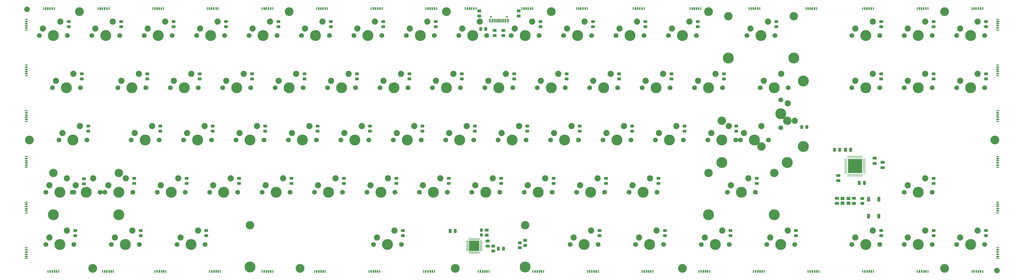
<source format=gbs>
G04 #@! TF.GenerationSoftware,KiCad,Pcbnew,(6.0.2)*
G04 #@! TF.CreationDate,2022-03-24T12:29:40+01:00*
G04 #@! TF.ProjectId,Frooastboard Walnut,46726f6f-6173-4746-926f-617264205761,rev?*
G04 #@! TF.SameCoordinates,Original*
G04 #@! TF.FileFunction,Soldermask,Bot*
G04 #@! TF.FilePolarity,Negative*
%FSLAX46Y46*%
G04 Gerber Fmt 4.6, Leading zero omitted, Abs format (unit mm)*
G04 Created by KiCad (PCBNEW (6.0.2)) date 2022-03-24 12:29:40*
%MOMM*%
%LPD*%
G01*
G04 APERTURE LIST*
G04 Aperture macros list*
%AMRoundRect*
0 Rectangle with rounded corners*
0 $1 Rounding radius*
0 $2 $3 $4 $5 $6 $7 $8 $9 X,Y pos of 4 corners*
0 Add a 4 corners polygon primitive as box body*
4,1,4,$2,$3,$4,$5,$6,$7,$8,$9,$2,$3,0*
0 Add four circle primitives for the rounded corners*
1,1,$1+$1,$2,$3*
1,1,$1+$1,$4,$5*
1,1,$1+$1,$6,$7*
1,1,$1+$1,$8,$9*
0 Add four rect primitives between the rounded corners*
20,1,$1+$1,$2,$3,$4,$5,0*
20,1,$1+$1,$4,$5,$6,$7,0*
20,1,$1+$1,$6,$7,$8,$9,0*
20,1,$1+$1,$8,$9,$2,$3,0*%
G04 Aperture macros list end*
%ADD10RoundRect,0.250000X-0.275000X0.312500X-0.275000X-0.312500X0.275000X-0.312500X0.275000X0.312500X0*%
%ADD11C,1.750000*%
%ADD12C,3.987800*%
%ADD13C,2.250000*%
%ADD14C,3.200000*%
%ADD15C,3.048000*%
%ADD16C,2.000000*%
%ADD17RoundRect,0.243750X0.456250X-0.243750X0.456250X0.243750X-0.456250X0.243750X-0.456250X-0.243750X0*%
%ADD18RoundRect,0.250000X0.450000X-0.262500X0.450000X0.262500X-0.450000X0.262500X-0.450000X-0.262500X0*%
%ADD19RoundRect,0.105000X0.105000X-0.395000X0.105000X0.395000X-0.105000X0.395000X-0.105000X-0.395000X0*%
%ADD20RoundRect,0.125000X0.125000X-0.375000X0.125000X0.375000X-0.125000X0.375000X-0.125000X-0.375000X0*%
%ADD21RoundRect,0.105000X-0.105000X0.395000X-0.105000X-0.395000X0.105000X-0.395000X0.105000X0.395000X0*%
%ADD22RoundRect,0.125000X-0.125000X0.375000X-0.125000X-0.375000X0.125000X-0.375000X0.125000X0.375000X0*%
%ADD23R,1.100000X1.800000*%
%ADD24RoundRect,0.250000X-0.450000X0.262500X-0.450000X-0.262500X0.450000X-0.262500X0.450000X0.262500X0*%
%ADD25RoundRect,0.250000X0.250000X0.475000X-0.250000X0.475000X-0.250000X-0.475000X0.250000X-0.475000X0*%
%ADD26RoundRect,0.062500X0.475000X0.062500X-0.475000X0.062500X-0.475000X-0.062500X0.475000X-0.062500X0*%
%ADD27RoundRect,0.062500X0.062500X0.475000X-0.062500X0.475000X-0.062500X-0.475000X0.062500X-0.475000X0*%
%ADD28R,5.200000X5.200000*%
%ADD29RoundRect,0.105000X-0.395000X-0.105000X0.395000X-0.105000X0.395000X0.105000X-0.395000X0.105000X0*%
%ADD30RoundRect,0.125000X-0.375000X-0.125000X0.375000X-0.125000X0.375000X0.125000X-0.375000X0.125000X0*%
%ADD31RoundRect,0.105000X0.395000X0.105000X-0.395000X0.105000X-0.395000X-0.105000X0.395000X-0.105000X0*%
%ADD32RoundRect,0.125000X0.375000X0.125000X-0.375000X0.125000X-0.375000X-0.125000X0.375000X-0.125000X0*%
%ADD33RoundRect,0.250000X-0.475000X0.250000X-0.475000X-0.250000X0.475000X-0.250000X0.475000X0.250000X0*%
%ADD34RoundRect,0.243750X0.243750X0.456250X-0.243750X0.456250X-0.243750X-0.456250X0.243750X-0.456250X0*%
%ADD35C,0.650000*%
%ADD36R,0.600000X1.450000*%
%ADD37R,0.300000X1.450000*%
%ADD38RoundRect,0.250000X-0.262500X-0.450000X0.262500X-0.450000X0.262500X0.450000X-0.262500X0.450000X0*%
%ADD39R,1.400000X1.200000*%
%ADD40RoundRect,0.050000X0.050000X-0.337500X0.050000X0.337500X-0.050000X0.337500X-0.050000X-0.337500X0*%
%ADD41RoundRect,0.050000X0.337500X-0.050000X0.337500X0.050000X-0.337500X0.050000X-0.337500X-0.050000X0*%
%ADD42R,3.800000X3.800000*%
%ADD43RoundRect,0.250000X0.475000X-0.250000X0.475000X0.250000X-0.475000X0.250000X-0.475000X-0.250000X0*%
%ADD44RoundRect,0.250000X-0.250000X-0.475000X0.250000X-0.475000X0.250000X0.475000X-0.250000X0.475000X0*%
G04 APERTURE END LIST*
D10*
X186450000Y-101927500D03*
X186450000Y-103702500D03*
D11*
X359251250Y-30956250D03*
X369411250Y-30956250D03*
D12*
X364331250Y-30956250D03*
D13*
X360521250Y-28416250D03*
X366871250Y-25876250D03*
D11*
X236061250Y-50006250D03*
X225901250Y-50006250D03*
D12*
X230981250Y-50006250D03*
D13*
X227171250Y-47466250D03*
X233521250Y-44926250D03*
D11*
X231298750Y-88106250D03*
D12*
X226218750Y-88106250D03*
D11*
X221138750Y-88106250D03*
D13*
X222408750Y-85566250D03*
X228758750Y-83026250D03*
D14*
X354806250Y-22225000D03*
D11*
X217011250Y-50006250D03*
D12*
X211931250Y-50006250D03*
D11*
X206851250Y-50006250D03*
D13*
X208121250Y-47466250D03*
X214471250Y-44926250D03*
D14*
X211931250Y-22225000D03*
D12*
X245268750Y-88106250D03*
D11*
X250348750Y-88106250D03*
X240188750Y-88106250D03*
D13*
X241458750Y-85566250D03*
X247808750Y-83026250D03*
D11*
X78898750Y-88106250D03*
D12*
X73818750Y-88106250D03*
D11*
X68738750Y-88106250D03*
D13*
X70008750Y-85566250D03*
X76358750Y-83026250D03*
D12*
X121443750Y-69056250D03*
D11*
X126523750Y-69056250D03*
X116363750Y-69056250D03*
D13*
X117633750Y-66516250D03*
X123983750Y-63976250D03*
D12*
X250031250Y-50006250D03*
D11*
X244951250Y-50006250D03*
X255111250Y-50006250D03*
D13*
X246221250Y-47466250D03*
X252571250Y-44926250D03*
D11*
X242570000Y-107156250D03*
X252730000Y-107156250D03*
D12*
X247650000Y-107156250D03*
D13*
X243840000Y-104616250D03*
X250190000Y-102076250D03*
D11*
X40798750Y-50006250D03*
D12*
X35718750Y-50006250D03*
D11*
X30638750Y-50006250D03*
D13*
X31908750Y-47466250D03*
X38258750Y-44926250D03*
D12*
X102400100Y-115411250D03*
X202399900Y-115411250D03*
D11*
X147320000Y-107156250D03*
X157480000Y-107156250D03*
D12*
X152400000Y-107156250D03*
D15*
X202399900Y-100171250D03*
X102400100Y-100171250D03*
D13*
X148590000Y-104616250D03*
X154940000Y-102076250D03*
D11*
X102711250Y-50006250D03*
X92551250Y-50006250D03*
D12*
X97631250Y-50006250D03*
D13*
X93821250Y-47466250D03*
X100171250Y-44926250D03*
D11*
X216376250Y-30956250D03*
X226536250Y-30956250D03*
D12*
X221456250Y-30956250D03*
D13*
X217646250Y-28416250D03*
X223996250Y-25876250D03*
D12*
X116681250Y-50006250D03*
D11*
X111601250Y-50006250D03*
X121761250Y-50006250D03*
D13*
X112871250Y-47466250D03*
X119221250Y-44926250D03*
D14*
X22225000Y-69056250D03*
D11*
X174148750Y-88106250D03*
X163988750Y-88106250D03*
D12*
X169068750Y-88106250D03*
D13*
X165258750Y-85566250D03*
X171608750Y-83026250D03*
D11*
X197326250Y-30956250D03*
X207486250Y-30956250D03*
D12*
X202406250Y-30956250D03*
D13*
X198596250Y-28416250D03*
X204946250Y-25876250D03*
D12*
X197643750Y-69056250D03*
D11*
X192563750Y-69056250D03*
X202723750Y-69056250D03*
D13*
X193833750Y-66516250D03*
X200183750Y-63976250D03*
D11*
X202088750Y-88106250D03*
X212248750Y-88106250D03*
D12*
X207168750Y-88106250D03*
D13*
X203358750Y-85566250D03*
X209708750Y-83026250D03*
D14*
X373062500Y-69056250D03*
D11*
X144938750Y-88106250D03*
X155098750Y-88106250D03*
D12*
X150018750Y-88106250D03*
D13*
X146208750Y-85566250D03*
X152558750Y-83026250D03*
D12*
X92868750Y-88106250D03*
D11*
X87788750Y-88106250D03*
X97948750Y-88106250D03*
D13*
X89058750Y-85566250D03*
X95408750Y-83026250D03*
D11*
X131286250Y-30956250D03*
D12*
X126206250Y-30956250D03*
D11*
X121126250Y-30956250D03*
D13*
X122396250Y-28416250D03*
X128746250Y-25876250D03*
D12*
X326231250Y-30956250D03*
D11*
X321151250Y-30956250D03*
X331311250Y-30956250D03*
D13*
X322421250Y-28416250D03*
X328771250Y-25876250D03*
D12*
X235743750Y-69056250D03*
D11*
X230663750Y-69056250D03*
X240823750Y-69056250D03*
D13*
X231933750Y-66516250D03*
X238283750Y-63976250D03*
D14*
X354806250Y-115887500D03*
X259556250Y-115887500D03*
D12*
X183356250Y-30956250D03*
D11*
X178276250Y-30956250D03*
X188436250Y-30956250D03*
D13*
X179546250Y-28416250D03*
X185896250Y-25876250D03*
D11*
X249713750Y-69056250D03*
D12*
X254793750Y-69056250D03*
D11*
X259873750Y-69056250D03*
D13*
X250983750Y-66516250D03*
X257333750Y-63976250D03*
D11*
X264001250Y-50006250D03*
X274161250Y-50006250D03*
D12*
X269081250Y-50006250D03*
D13*
X265271250Y-47466250D03*
X271621250Y-44926250D03*
D14*
X269081250Y-22225000D03*
D12*
X364331250Y-107156250D03*
D11*
X359251250Y-107156250D03*
X369411250Y-107156250D03*
D13*
X360521250Y-104616250D03*
X366871250Y-102076250D03*
D12*
X38100000Y-69056250D03*
D11*
X33020000Y-69056250D03*
X43180000Y-69056250D03*
D13*
X34290000Y-66516250D03*
X40640000Y-63976250D03*
D11*
X331311250Y-107156250D03*
X321151250Y-107156250D03*
D12*
X326231250Y-107156250D03*
D13*
X322421250Y-104616250D03*
X328771250Y-102076250D03*
D12*
X50006250Y-30956250D03*
D11*
X44926250Y-30956250D03*
X55086250Y-30956250D03*
D13*
X46196250Y-28416250D03*
X52546250Y-25876250D03*
D11*
X62230000Y-107156250D03*
D12*
X57150000Y-107156250D03*
D11*
X52070000Y-107156250D03*
D13*
X53340000Y-104616250D03*
X59690000Y-102076250D03*
D14*
X173831250Y-22225000D03*
D12*
X140493750Y-69056250D03*
D11*
X145573750Y-69056250D03*
X135413750Y-69056250D03*
D13*
X136683750Y-66516250D03*
X143033750Y-63976250D03*
D11*
X293211250Y-30956250D03*
D15*
X300037500Y-23971250D03*
X276225000Y-23971250D03*
D11*
X283051250Y-30956250D03*
D12*
X300037500Y-39211250D03*
X288131250Y-30956250D03*
X276225000Y-39211250D03*
D13*
X284321250Y-28416250D03*
X290671250Y-25876250D03*
D11*
X187801250Y-50006250D03*
D12*
X192881250Y-50006250D03*
D11*
X197961250Y-50006250D03*
D13*
X189071250Y-47466250D03*
X195421250Y-44926250D03*
D11*
X321151250Y-50006250D03*
X331311250Y-50006250D03*
D12*
X326231250Y-50006250D03*
D13*
X322421250Y-47466250D03*
X328771250Y-44926250D03*
D11*
X193198750Y-88106250D03*
D12*
X188118750Y-88106250D03*
D11*
X183038750Y-88106250D03*
D13*
X184308750Y-85566250D03*
X190658750Y-83026250D03*
D11*
X59213750Y-69056250D03*
D12*
X64293750Y-69056250D03*
D11*
X69373750Y-69056250D03*
D13*
X60483750Y-66516250D03*
X66833750Y-63976250D03*
D11*
X173513750Y-69056250D03*
D12*
X178593750Y-69056250D03*
D11*
X183673750Y-69056250D03*
D13*
X174783750Y-66516250D03*
X181133750Y-63976250D03*
D12*
X111918750Y-88106250D03*
D11*
X116998750Y-88106250D03*
X106838750Y-88106250D03*
D13*
X108108750Y-85566250D03*
X114458750Y-83026250D03*
D12*
X285750000Y-69056250D03*
X297656250Y-77311250D03*
X273843750Y-77311250D03*
D11*
X290830000Y-69056250D03*
D15*
X297656250Y-62071250D03*
X273843750Y-62071250D03*
D11*
X280670000Y-69056250D03*
D13*
X281940000Y-66516250D03*
X288290000Y-63976250D03*
D14*
X116681250Y-22225000D03*
D12*
X33337500Y-107156250D03*
D11*
X38417500Y-107156250D03*
X28257500Y-107156250D03*
D13*
X29527500Y-104616250D03*
X35877500Y-102076250D03*
D11*
X74136250Y-30956250D03*
D12*
X69056250Y-30956250D03*
D11*
X63976250Y-30956250D03*
D13*
X65246250Y-28416250D03*
X71596250Y-25876250D03*
D11*
X73501250Y-50006250D03*
D12*
X78581250Y-50006250D03*
D11*
X83661250Y-50006250D03*
D13*
X74771250Y-47466250D03*
X81121250Y-44926250D03*
D12*
X107156250Y-30956250D03*
D11*
X112236250Y-30956250D03*
X102076250Y-30956250D03*
D13*
X103346250Y-28416250D03*
X109696250Y-25876250D03*
D12*
X273843750Y-69056250D03*
D11*
X268763750Y-69056250D03*
X278923750Y-69056250D03*
D13*
X270033750Y-66516250D03*
X276383750Y-63976250D03*
D12*
X345281250Y-30956250D03*
D11*
X340201250Y-30956250D03*
X350361250Y-30956250D03*
D13*
X341471250Y-28416250D03*
X347821250Y-25876250D03*
D11*
X218757500Y-107156250D03*
X228917500Y-107156250D03*
D12*
X223837500Y-107156250D03*
D13*
X220027500Y-104616250D03*
X226377500Y-102076250D03*
D11*
X169386250Y-30956250D03*
X159226250Y-30956250D03*
D12*
X164306250Y-30956250D03*
D13*
X160496250Y-28416250D03*
X166846250Y-25876250D03*
D11*
X49688750Y-88106250D03*
D12*
X54768750Y-88106250D03*
D11*
X59848750Y-88106250D03*
D13*
X50958750Y-85566250D03*
X57308750Y-83026250D03*
D14*
X177006250Y-115887500D03*
D12*
X88106250Y-30956250D03*
D11*
X93186250Y-30956250D03*
X83026250Y-30956250D03*
D13*
X84296250Y-28416250D03*
X90646250Y-25876250D03*
D11*
X88423750Y-69056250D03*
X78263750Y-69056250D03*
D12*
X83343750Y-69056250D03*
D13*
X79533750Y-66516250D03*
X85883750Y-63976250D03*
D11*
X97313750Y-69056250D03*
X107473750Y-69056250D03*
D12*
X102393750Y-69056250D03*
D13*
X98583750Y-66516250D03*
X104933750Y-63976250D03*
D12*
X240506250Y-30956250D03*
D11*
X235426250Y-30956250D03*
X245586250Y-30956250D03*
D13*
X236696250Y-28416250D03*
X243046250Y-25876250D03*
D14*
X120650000Y-115887500D03*
D11*
X140176250Y-30956250D03*
D12*
X145256250Y-30956250D03*
D11*
X150336250Y-30956250D03*
D13*
X141446250Y-28416250D03*
X147796250Y-25876250D03*
D12*
X271462500Y-107156250D03*
D11*
X266382500Y-107156250D03*
X276542500Y-107156250D03*
D13*
X267652500Y-104616250D03*
X274002500Y-102076250D03*
D12*
X216693750Y-69056250D03*
D11*
X211613750Y-69056250D03*
X221773750Y-69056250D03*
D13*
X212883750Y-66516250D03*
X219233750Y-63976250D03*
D11*
X37782500Y-88106250D03*
D15*
X54768750Y-81121250D03*
D12*
X30956250Y-96361250D03*
X54768750Y-96361250D03*
D15*
X30956250Y-81121250D03*
D11*
X47942500Y-88106250D03*
D12*
X42862500Y-88106250D03*
D13*
X39052500Y-85566250D03*
X45402500Y-83026250D03*
D15*
X288290000Y-71469250D03*
D12*
X303530000Y-47593250D03*
X295275000Y-59531250D03*
X303530000Y-71469250D03*
D11*
X295275000Y-64611250D03*
X295275000Y-54451250D03*
D13*
X297815000Y-55721250D03*
X300355000Y-62071250D03*
D11*
X125888750Y-88106250D03*
X136048750Y-88106250D03*
D12*
X130968750Y-88106250D03*
D13*
X127158750Y-85566250D03*
X133508750Y-83026250D03*
D11*
X28257500Y-88106250D03*
X38417500Y-88106250D03*
D12*
X33337500Y-88106250D03*
D13*
X29527500Y-85566250D03*
X35877500Y-83026250D03*
D11*
X297973750Y-50006250D03*
D12*
X292893750Y-50006250D03*
D11*
X287813750Y-50006250D03*
D13*
X289083750Y-47466250D03*
X295433750Y-44926250D03*
D11*
X369411250Y-50006250D03*
X359251250Y-50006250D03*
D12*
X364331250Y-50006250D03*
D13*
X360521250Y-47466250D03*
X366871250Y-44926250D03*
D11*
X340201250Y-88106250D03*
X350361250Y-88106250D03*
D12*
X345281250Y-88106250D03*
D13*
X341471250Y-85566250D03*
X347821250Y-83026250D03*
D14*
X40481250Y-22225000D03*
D12*
X173831250Y-50006250D03*
D11*
X168751250Y-50006250D03*
X178911250Y-50006250D03*
D13*
X170021250Y-47466250D03*
X176371250Y-44926250D03*
D11*
X54451250Y-50006250D03*
D12*
X59531250Y-50006250D03*
D11*
X64611250Y-50006250D03*
D13*
X55721250Y-47466250D03*
X62071250Y-44926250D03*
D11*
X350361250Y-50006250D03*
X340201250Y-50006250D03*
D12*
X345281250Y-50006250D03*
D13*
X341471250Y-47466250D03*
X347821250Y-44926250D03*
D14*
X45243750Y-115887500D03*
D12*
X295275000Y-107156250D03*
D11*
X300355000Y-107156250D03*
X290195000Y-107156250D03*
D13*
X291465000Y-104616250D03*
X297815000Y-102076250D03*
D11*
X154463750Y-69056250D03*
D12*
X159543750Y-69056250D03*
D11*
X164623750Y-69056250D03*
D13*
X155733750Y-66516250D03*
X162083750Y-63976250D03*
D12*
X154781250Y-50006250D03*
D11*
X159861250Y-50006250D03*
X149701250Y-50006250D03*
D13*
X150971250Y-47466250D03*
X157321250Y-44926250D03*
D11*
X350361250Y-107156250D03*
X340201250Y-107156250D03*
D12*
X345281250Y-107156250D03*
D13*
X341471250Y-104616250D03*
X347821250Y-102076250D03*
D12*
X30956250Y-30956250D03*
D11*
X36036250Y-30956250D03*
X25876250Y-30956250D03*
D13*
X27146250Y-28416250D03*
X33496250Y-25876250D03*
D11*
X75882500Y-107156250D03*
X86042500Y-107156250D03*
D12*
X80962500Y-107156250D03*
D13*
X77152500Y-104616250D03*
X83502500Y-102076250D03*
D11*
X264636250Y-30956250D03*
D12*
X259556250Y-30956250D03*
D11*
X254476250Y-30956250D03*
D13*
X255746250Y-28416250D03*
X262096250Y-25876250D03*
D12*
X280987500Y-88106250D03*
D15*
X269081250Y-81121250D03*
D11*
X286067500Y-88106250D03*
X275907500Y-88106250D03*
D15*
X292893750Y-81121250D03*
D12*
X292893750Y-96361250D03*
X269081250Y-96361250D03*
D13*
X277177500Y-85566250D03*
X283527500Y-83026250D03*
D11*
X140811250Y-50006250D03*
D12*
X135731250Y-50006250D03*
D11*
X130651250Y-50006250D03*
D13*
X131921250Y-47466250D03*
X138271250Y-44926250D03*
D16*
X373856250Y-116681250D03*
D17*
X174625000Y-84931250D03*
X174625000Y-83056250D03*
X131762500Y-27781250D03*
X131762500Y-25906250D03*
D18*
X190800000Y-109562500D03*
X190800000Y-107737500D03*
D17*
X250825000Y-84931250D03*
X250825000Y-83056250D03*
D19*
X91643750Y-116975000D03*
D20*
X90893750Y-116975000D03*
X90143750Y-116975000D03*
X89343750Y-116975000D03*
X88493750Y-116975000D03*
D19*
X87743750Y-116975000D03*
D17*
X279150000Y-65881250D03*
X279150000Y-64006250D03*
X65087500Y-46831250D03*
X65087500Y-44956250D03*
X277018750Y-103981250D03*
X277018750Y-102106250D03*
D21*
X146481250Y-21137500D03*
D22*
X147231250Y-21137500D03*
X147981250Y-21137500D03*
X148781250Y-21137500D03*
X149631250Y-21137500D03*
D21*
X150381250Y-21137500D03*
D17*
X231775000Y-84931250D03*
X231775000Y-83056250D03*
D19*
X289287500Y-116975000D03*
D20*
X288537500Y-116975000D03*
X287787500Y-116975000D03*
X286987500Y-116975000D03*
X286137500Y-116975000D03*
D19*
X285387500Y-116975000D03*
D17*
X369887500Y-27781250D03*
X369887500Y-25906250D03*
X60325000Y-84931250D03*
X60325000Y-83056250D03*
X136525000Y-84931250D03*
X136525000Y-83056250D03*
X331787500Y-103981250D03*
X331787500Y-102106250D03*
D23*
X327200000Y-90637500D03*
X330900000Y-96837500D03*
X330900000Y-90637500D03*
X327200000Y-96837500D03*
D24*
X200450000Y-106537500D03*
X200450000Y-108362500D03*
D17*
X43656250Y-65881250D03*
X43656250Y-64006250D03*
D21*
X221093750Y-21137500D03*
D22*
X221843750Y-21137500D03*
X222593750Y-21137500D03*
X223393750Y-21137500D03*
X224243750Y-21137500D03*
D21*
X224993750Y-21137500D03*
D25*
X177050000Y-102262500D03*
X175150000Y-102262500D03*
D17*
X38893750Y-103981250D03*
X38893750Y-102106250D03*
X150812500Y-27781250D03*
X150812500Y-25906250D03*
D19*
X348818750Y-116975000D03*
D20*
X348068750Y-116975000D03*
X347318750Y-116975000D03*
X346518750Y-116975000D03*
X345668750Y-116975000D03*
D19*
X344918750Y-116975000D03*
D21*
X67106250Y-21137500D03*
D22*
X67856250Y-21137500D03*
X68606250Y-21137500D03*
X69406250Y-21137500D03*
X70256250Y-21137500D03*
D21*
X71006250Y-21137500D03*
D19*
X110693750Y-116975000D03*
D20*
X109943750Y-116975000D03*
X109193750Y-116975000D03*
X108393750Y-116975000D03*
X107543750Y-116975000D03*
D19*
X106793750Y-116975000D03*
D18*
X194468750Y-30956250D03*
X194468750Y-29131250D03*
D17*
X350837500Y-27781250D03*
X350837500Y-25906250D03*
D26*
X325600000Y-76081250D03*
X325600000Y-76581250D03*
X325600000Y-77081250D03*
X325600000Y-77581250D03*
X325600000Y-78081250D03*
X325600000Y-78581250D03*
X325600000Y-79081250D03*
X325600000Y-79581250D03*
X325600000Y-80081250D03*
X325600000Y-80581250D03*
X325600000Y-81081250D03*
D27*
X324762500Y-81918750D03*
X324262500Y-81918750D03*
X323762500Y-81918750D03*
X323262500Y-81918750D03*
X322762500Y-81918750D03*
X322262500Y-81918750D03*
X321762500Y-81918750D03*
X321262500Y-81918750D03*
X320762500Y-81918750D03*
X320262500Y-81918750D03*
X319762500Y-81918750D03*
D26*
X318925000Y-81081250D03*
X318925000Y-80581250D03*
X318925000Y-80081250D03*
X318925000Y-79581250D03*
X318925000Y-79081250D03*
X318925000Y-78581250D03*
X318925000Y-78081250D03*
X318925000Y-77581250D03*
X318925000Y-77081250D03*
X318925000Y-76581250D03*
X318925000Y-76081250D03*
D27*
X319762500Y-75243750D03*
X320262500Y-75243750D03*
X320762500Y-75243750D03*
X321262500Y-75243750D03*
X321762500Y-75243750D03*
X322262500Y-75243750D03*
X322762500Y-75243750D03*
X323262500Y-75243750D03*
X323762500Y-75243750D03*
X324262500Y-75243750D03*
X324762500Y-75243750D03*
D28*
X322262500Y-78581250D03*
D17*
X160337500Y-46831250D03*
X160337500Y-44956250D03*
X274637500Y-46831250D03*
X274637500Y-44956250D03*
D18*
X200025000Y-23812500D03*
X200025000Y-21987500D03*
D17*
X300831250Y-103981250D03*
X300831250Y-102106250D03*
D21*
X201250000Y-21137500D03*
D22*
X202000000Y-21137500D03*
X202750000Y-21137500D03*
X203550000Y-21137500D03*
X204400000Y-21137500D03*
D21*
X205150000Y-21137500D03*
D29*
X21137500Y-62275000D03*
D30*
X21137500Y-61525000D03*
X21137500Y-60775000D03*
X21137500Y-59975000D03*
X21137500Y-59125000D03*
D29*
X21137500Y-58375000D03*
D17*
X157956250Y-103981250D03*
X157956250Y-102106250D03*
X79375000Y-84931250D03*
X79375000Y-83056250D03*
D31*
X374150000Y-91712500D03*
D32*
X374150000Y-92462500D03*
X374150000Y-93212500D03*
X374150000Y-94012500D03*
X374150000Y-94862500D03*
D31*
X374150000Y-95612500D03*
D33*
X316200000Y-82000000D03*
X316200000Y-83900000D03*
D34*
X304800000Y-64293750D03*
X302925000Y-64293750D03*
D17*
X369887500Y-46831250D03*
X369887500Y-44956250D03*
X260350000Y-65881250D03*
X260350000Y-64006250D03*
D31*
X374150000Y-75043750D03*
D32*
X374150000Y-75793750D03*
X374150000Y-76543750D03*
X374150000Y-77343750D03*
X374150000Y-78193750D03*
D31*
X374150000Y-78943750D03*
D16*
X21431250Y-21431250D03*
D17*
X141287500Y-46831250D03*
X141287500Y-44956250D03*
D19*
X248806250Y-116975000D03*
D20*
X248056250Y-116975000D03*
X247306250Y-116975000D03*
X246506250Y-116975000D03*
X245656250Y-116975000D03*
D19*
X244906250Y-116975000D03*
D21*
X166325000Y-21137500D03*
D22*
X167075000Y-21137500D03*
X167825000Y-21137500D03*
X168625000Y-21137500D03*
X169475000Y-21137500D03*
D21*
X170225000Y-21137500D03*
D17*
X286543750Y-84931250D03*
X286543750Y-83056250D03*
X265112500Y-27781250D03*
X265112500Y-25906250D03*
D35*
X195771250Y-24076250D03*
X189991250Y-24076250D03*
D36*
X189656250Y-25521250D03*
X190431250Y-25521250D03*
D37*
X191131250Y-25521250D03*
X191631250Y-25521250D03*
X192131250Y-25521250D03*
X192631250Y-25521250D03*
X193131250Y-25521250D03*
X193631250Y-25521250D03*
X194131250Y-25521250D03*
X194631250Y-25521250D03*
D36*
X195331250Y-25521250D03*
X196106250Y-25521250D03*
D33*
X188750000Y-105862500D03*
X188750000Y-107762500D03*
D19*
X129743750Y-116975000D03*
D20*
X128993750Y-116975000D03*
X128243750Y-116975000D03*
X127443750Y-116975000D03*
X126593750Y-116975000D03*
D19*
X125843750Y-116975000D03*
D21*
X126637500Y-21137500D03*
D22*
X127387500Y-21137500D03*
X128137500Y-21137500D03*
X128937500Y-21137500D03*
X129787500Y-21137500D03*
D21*
X130537500Y-21137500D03*
D17*
X36512500Y-27781250D03*
X36512500Y-25906250D03*
D24*
X202450000Y-105662500D03*
X202450000Y-107487500D03*
D17*
X222250000Y-65881250D03*
X222250000Y-64006250D03*
X155575000Y-84931250D03*
X155575000Y-83056250D03*
X227012500Y-27781250D03*
X227012500Y-25906250D03*
X350837500Y-46831250D03*
X350837500Y-44956250D03*
D29*
X21137500Y-45606250D03*
D30*
X21137500Y-44856250D03*
X21137500Y-44106250D03*
X21137500Y-43306250D03*
X21137500Y-42456250D03*
D29*
X21137500Y-41706250D03*
D31*
X374150000Y-25037500D03*
D32*
X374150000Y-25787500D03*
X374150000Y-26537500D03*
X374150000Y-27337500D03*
X374150000Y-28187500D03*
D31*
X374150000Y-28937500D03*
D29*
X21137500Y-78943750D03*
D30*
X21137500Y-78193750D03*
X21137500Y-77443750D03*
X21137500Y-76643750D03*
X21137500Y-75793750D03*
D29*
X21137500Y-75043750D03*
D17*
X198437500Y-46831250D03*
X198437500Y-44956250D03*
D19*
X309131250Y-116975000D03*
D20*
X308381250Y-116975000D03*
X307631250Y-116975000D03*
X306831250Y-116975000D03*
X305981250Y-116975000D03*
D19*
X305231250Y-116975000D03*
D17*
X84137500Y-46831250D03*
X84137500Y-44956250D03*
X253206250Y-103981250D03*
X253206250Y-102106250D03*
X62706250Y-103981250D03*
X62706250Y-102106250D03*
X350837500Y-103981250D03*
X350837500Y-102106250D03*
X246062500Y-27781250D03*
X246062500Y-25906250D03*
D31*
X374150000Y-58375000D03*
D32*
X374150000Y-59125000D03*
X374150000Y-59875000D03*
X374150000Y-60675000D03*
X374150000Y-61525000D03*
D31*
X374150000Y-62275000D03*
D19*
X228962500Y-116975000D03*
D20*
X228212500Y-116975000D03*
X227462500Y-116975000D03*
X226662500Y-116975000D03*
X225812500Y-116975000D03*
D19*
X225062500Y-116975000D03*
D21*
X325075000Y-21137500D03*
D22*
X325825000Y-21137500D03*
X326575000Y-21137500D03*
X327375000Y-21137500D03*
X328225000Y-21137500D03*
D21*
X328975000Y-21137500D03*
D17*
X165100000Y-65881250D03*
X165100000Y-64006250D03*
D19*
X209118750Y-116975000D03*
D20*
X208368750Y-116975000D03*
X207618750Y-116975000D03*
X206818750Y-116975000D03*
X205968750Y-116975000D03*
D19*
X205218750Y-116975000D03*
D17*
X127000000Y-65881250D03*
X127000000Y-64006250D03*
X169862500Y-27781250D03*
X169862500Y-25906250D03*
D21*
X262368750Y-21137500D03*
D22*
X263118750Y-21137500D03*
X263868750Y-21137500D03*
X264668750Y-21137500D03*
X265518750Y-21137500D03*
D21*
X266268750Y-21137500D03*
D17*
X331787500Y-27781250D03*
X331787500Y-25906250D03*
D38*
X192675000Y-108662500D03*
X194500000Y-108662500D03*
D19*
X71800000Y-116975000D03*
D20*
X71050000Y-116975000D03*
X70300000Y-116975000D03*
X69500000Y-116975000D03*
X68650000Y-116975000D03*
D19*
X67900000Y-116975000D03*
D18*
X188450000Y-103762500D03*
X188450000Y-101937500D03*
D21*
X344918750Y-21137500D03*
D22*
X345668750Y-21137500D03*
X346418750Y-21137500D03*
X347218750Y-21137500D03*
X348068750Y-21137500D03*
D21*
X348818750Y-21137500D03*
D17*
X112712500Y-27781250D03*
X112712500Y-25906250D03*
X93662500Y-27781250D03*
X93662500Y-25906250D03*
X207962500Y-27781250D03*
X207962500Y-25906250D03*
D18*
X185737500Y-23812500D03*
X185737500Y-21987500D03*
D38*
X314875000Y-72600000D03*
X316700000Y-72600000D03*
D17*
X229393750Y-103981250D03*
X229393750Y-102106250D03*
D31*
X374150000Y-108381250D03*
D32*
X374150000Y-109131250D03*
X374150000Y-109881250D03*
X374150000Y-110681250D03*
X374150000Y-111531250D03*
D31*
X374150000Y-112281250D03*
D39*
X317700000Y-90387500D03*
X319900000Y-90387500D03*
X319900000Y-92087500D03*
X317700000Y-92087500D03*
D40*
X185700000Y-110150000D03*
X185300000Y-110150000D03*
X184900000Y-110150000D03*
X184500000Y-110150000D03*
X184100000Y-110150000D03*
X183700000Y-110150000D03*
X183300000Y-110150000D03*
X182900000Y-110150000D03*
X182500000Y-110150000D03*
X182100000Y-110150000D03*
D41*
X181412500Y-109462500D03*
X181412500Y-109062500D03*
X181412500Y-108662500D03*
X181412500Y-108262500D03*
X181412500Y-107862500D03*
X181412500Y-107462500D03*
X181412500Y-107062500D03*
X181412500Y-106662500D03*
X181412500Y-106262500D03*
X181412500Y-105862500D03*
D40*
X182100000Y-105175000D03*
X182500000Y-105175000D03*
X182900000Y-105175000D03*
X183300000Y-105175000D03*
X183700000Y-105175000D03*
X184100000Y-105175000D03*
X184500000Y-105175000D03*
X184900000Y-105175000D03*
X185300000Y-105175000D03*
X185700000Y-105175000D03*
D41*
X186387500Y-105862500D03*
X186387500Y-106262500D03*
X186387500Y-106662500D03*
X186387500Y-107062500D03*
X186387500Y-107462500D03*
X186387500Y-107862500D03*
X186387500Y-108262500D03*
X186387500Y-108662500D03*
X186387500Y-109062500D03*
X186387500Y-109462500D03*
D42*
X183900000Y-107662500D03*
D21*
X304437500Y-21137500D03*
D22*
X305187500Y-21137500D03*
X305937500Y-21137500D03*
X306737500Y-21137500D03*
X307587500Y-21137500D03*
D21*
X308337500Y-21137500D03*
D17*
X88900000Y-65881250D03*
X88900000Y-64006250D03*
D43*
X321900000Y-92187500D03*
X321900000Y-90287500D03*
D17*
X255587500Y-46831250D03*
X255587500Y-44956250D03*
D25*
X325700000Y-84700000D03*
X323800000Y-84700000D03*
D17*
X98425000Y-84931250D03*
X98425000Y-83056250D03*
D21*
X47262500Y-21137500D03*
D22*
X48012500Y-21137500D03*
X48762500Y-21137500D03*
X49562500Y-21137500D03*
X50412500Y-21137500D03*
D21*
X51162500Y-21137500D03*
D17*
X122237500Y-46831250D03*
X122237500Y-44956250D03*
D18*
X324900000Y-92200000D03*
X324900000Y-90375000D03*
D19*
X269443750Y-116975000D03*
D20*
X268693750Y-116975000D03*
X267943750Y-116975000D03*
X267143750Y-116975000D03*
X266293750Y-116975000D03*
D19*
X265543750Y-116975000D03*
D17*
X86518750Y-103981250D03*
X86518750Y-102106250D03*
X103187500Y-46831250D03*
X103187500Y-44956250D03*
D19*
X328975000Y-116975000D03*
D20*
X328225000Y-116975000D03*
X327475000Y-116975000D03*
X326675000Y-116975000D03*
X325825000Y-116975000D03*
D19*
X325075000Y-116975000D03*
D21*
X106793750Y-21137500D03*
D22*
X107543750Y-21137500D03*
X108293750Y-21137500D03*
X109093750Y-21137500D03*
X109943750Y-21137500D03*
D21*
X110693750Y-21137500D03*
X241731250Y-21137500D03*
D22*
X242481250Y-21137500D03*
X243231250Y-21137500D03*
X244031250Y-21137500D03*
X244881250Y-21137500D03*
D21*
X245631250Y-21137500D03*
D31*
X374150000Y-41706250D03*
D32*
X374150000Y-42456250D03*
X374150000Y-43206250D03*
X374150000Y-44006250D03*
X374150000Y-44856250D03*
D31*
X374150000Y-45606250D03*
D17*
X217487500Y-46831250D03*
X217487500Y-44956250D03*
X74612500Y-27781250D03*
X74612500Y-25906250D03*
X41275000Y-46831250D03*
X41275000Y-44956250D03*
D21*
X86950000Y-21137500D03*
D22*
X87700000Y-21137500D03*
X88450000Y-21137500D03*
X89250000Y-21137500D03*
X90100000Y-21137500D03*
D21*
X90850000Y-21137500D03*
D17*
X69850000Y-65881250D03*
X69850000Y-64006250D03*
D29*
X21137500Y-95612500D03*
D30*
X21137500Y-94862500D03*
X21137500Y-94112500D03*
X21137500Y-93312500D03*
X21137500Y-92462500D03*
D29*
X21137500Y-91712500D03*
D21*
X283800000Y-21137500D03*
D22*
X284550000Y-21137500D03*
X285300000Y-21137500D03*
X286100000Y-21137500D03*
X286950000Y-21137500D03*
D21*
X287700000Y-21137500D03*
D17*
X55562500Y-27781250D03*
X55562500Y-25906250D03*
X241300000Y-65881250D03*
X241300000Y-64006250D03*
X193675000Y-84931250D03*
X193675000Y-83056250D03*
D21*
X27418750Y-21137500D03*
D22*
X28168750Y-21137500D03*
X28918750Y-21137500D03*
X29718750Y-21137500D03*
X30568750Y-21137500D03*
D21*
X31318750Y-21137500D03*
D44*
X318800000Y-72600000D03*
X320700000Y-72600000D03*
D17*
X236537500Y-46831250D03*
X236537500Y-44956250D03*
D29*
X21137500Y-28937500D03*
D30*
X21137500Y-28187500D03*
X21137500Y-27437500D03*
X21137500Y-26637500D03*
X21137500Y-25787500D03*
D29*
X21137500Y-25037500D03*
D17*
X331787500Y-46831250D03*
X331787500Y-44956250D03*
X350837500Y-84931250D03*
X350837500Y-83056250D03*
D19*
X189275000Y-116975000D03*
D20*
X188525000Y-116975000D03*
X187775000Y-116975000D03*
X186975000Y-116975000D03*
X186125000Y-116975000D03*
D19*
X185375000Y-116975000D03*
D17*
X146050000Y-65881250D03*
X146050000Y-64006250D03*
D34*
X188118750Y-28575000D03*
X186243750Y-28575000D03*
D17*
X107950000Y-65881250D03*
X107950000Y-64006250D03*
D33*
X329400000Y-75700000D03*
X329400000Y-77600000D03*
D19*
X169431250Y-116975000D03*
D20*
X168681250Y-116975000D03*
X167931250Y-116975000D03*
X167131250Y-116975000D03*
X166281250Y-116975000D03*
D19*
X165531250Y-116975000D03*
X149587500Y-116975000D03*
D20*
X148837500Y-116975000D03*
X148087500Y-116975000D03*
X147287500Y-116975000D03*
X146437500Y-116975000D03*
D19*
X145687500Y-116975000D03*
X368662500Y-116975000D03*
D20*
X367912500Y-116975000D03*
X367162500Y-116975000D03*
X366362500Y-116975000D03*
X365512500Y-116975000D03*
D19*
X364762500Y-116975000D03*
D33*
X332300000Y-77200000D03*
X332300000Y-79100000D03*
D19*
X52750000Y-116962500D03*
D20*
X52000000Y-116962500D03*
X51250000Y-116962500D03*
X50450000Y-116962500D03*
X49600000Y-116962500D03*
D19*
X48850000Y-116962500D03*
D21*
X180650000Y-21137500D03*
D22*
X181400000Y-21137500D03*
X182150000Y-21137500D03*
X182950000Y-21137500D03*
X183800000Y-21137500D03*
D21*
X184550000Y-21137500D03*
D33*
X315700000Y-90287500D03*
X315700000Y-92187500D03*
D17*
X293687500Y-27781250D03*
X293687500Y-25906250D03*
X369887500Y-103981250D03*
X369887500Y-102106250D03*
X117475000Y-84931250D03*
X117475000Y-83056250D03*
X184150000Y-65881250D03*
X184150000Y-64006250D03*
X42068750Y-85075000D03*
X42068750Y-83200000D03*
X203200000Y-65881250D03*
X203200000Y-64006250D03*
D21*
X364762500Y-21137500D03*
D22*
X365512500Y-21137500D03*
X366262500Y-21137500D03*
X367062500Y-21137500D03*
X367912500Y-21137500D03*
D21*
X368662500Y-21137500D03*
D18*
X191293750Y-30956250D03*
X191293750Y-29131250D03*
D17*
X179387500Y-46831250D03*
X179387500Y-44956250D03*
D19*
X32906250Y-116962500D03*
D20*
X32156250Y-116962500D03*
X31406250Y-116962500D03*
X30606250Y-116962500D03*
X29756250Y-116962500D03*
D19*
X29006250Y-116962500D03*
D17*
X212725000Y-84931250D03*
X212725000Y-83056250D03*
D29*
X21137500Y-112281250D03*
D30*
X21137500Y-111531250D03*
X21137500Y-110781250D03*
X21137500Y-109981250D03*
X21137500Y-109131250D03*
D29*
X21137500Y-108381250D03*
M02*

</source>
